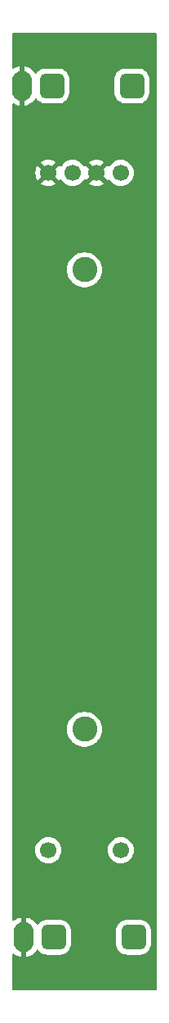
<source format=gbr>
%TF.GenerationSoftware,KiCad,Pcbnew,8.0.0*%
%TF.CreationDate,2024-03-24T11:12:39+01:00*%
%TF.ProjectId,Vader_Fader,56616465-725f-4466-9164-65722e6b6963,rev?*%
%TF.SameCoordinates,Original*%
%TF.FileFunction,Copper,L2,Bot*%
%TF.FilePolarity,Positive*%
%FSLAX46Y46*%
G04 Gerber Fmt 4.6, Leading zero omitted, Abs format (unit mm)*
G04 Created by KiCad (PCBNEW 8.0.0) date 2024-03-24 11:12:39*
%MOMM*%
%LPD*%
G01*
G04 APERTURE LIST*
G04 Aperture macros list*
%AMRoundRect*
0 Rectangle with rounded corners*
0 $1 Rounding radius*
0 $2 $3 $4 $5 $6 $7 $8 $9 X,Y pos of 4 corners*
0 Add a 4 corners polygon primitive as box body*
4,1,4,$2,$3,$4,$5,$6,$7,$8,$9,$2,$3,0*
0 Add four circle primitives for the rounded corners*
1,1,$1+$1,$2,$3*
1,1,$1+$1,$4,$5*
1,1,$1+$1,$6,$7*
1,1,$1+$1,$8,$9*
0 Add four rect primitives between the rounded corners*
20,1,$1+$1,$2,$3,$4,$5,0*
20,1,$1+$1,$4,$5,$6,$7,0*
20,1,$1+$1,$6,$7,$8,$9,0*
20,1,$1+$1,$8,$9,$2,$3,0*%
G04 Aperture macros list end*
%TA.AperFunction,ComponentPad*%
%ADD10RoundRect,0.650000X-0.650000X0.650000X-0.650000X-0.650000X0.650000X-0.650000X0.650000X0.650000X0*%
%TD*%
%TA.AperFunction,ComponentPad*%
%ADD11O,2.100000X3.100000*%
%TD*%
%TA.AperFunction,ComponentPad*%
%ADD12C,2.600000*%
%TD*%
%TA.AperFunction,ComponentPad*%
%ADD13C,1.700000*%
%TD*%
G04 APERTURE END LIST*
D10*
%TO.P,In1,R*%
%TO.N,Net-(In1-PadR)*%
X97785000Y-127000000D03*
D11*
%TO.P,In1,S*%
%TO.N,GND*%
X94685000Y-127000000D03*
D10*
%TO.P,In1,T*%
%TO.N,Net-(In1-PadT)*%
X106085000Y-127000000D03*
%TD*%
%TO.P,Out1,R*%
%TO.N,Net-(Out1-PadR)*%
X97620000Y-39000000D03*
D11*
%TO.P,Out1,S*%
%TO.N,GND*%
X94520000Y-39000000D03*
D10*
%TO.P,Out1,T*%
%TO.N,Net-(Out1-PadT)*%
X105920000Y-39000000D03*
%TD*%
D12*
%TO.P,RV1,0*%
%TO.N,N/C*%
X101000000Y-58000000D03*
X101000000Y-105500000D03*
D13*
%TO.P,RV1,1,1*%
%TO.N,GND*%
X97250000Y-48000000D03*
%TO.P,RV1,2,2*%
%TO.N,Net-(Out1-PadR)*%
X99750000Y-48000000D03*
%TO.P,RV1,3,3*%
%TO.N,Net-(In1-PadR)*%
X97250000Y-118000000D03*
%TO.P,RV1,4,4*%
%TO.N,GND*%
X102250000Y-48000000D03*
%TO.P,RV1,5,5*%
%TO.N,Net-(Out1-PadT)*%
X104750000Y-48000000D03*
%TO.P,RV1,6,6*%
%TO.N,Net-(In1-PadT)*%
X104750000Y-118000000D03*
%TD*%
%TA.AperFunction,Conductor*%
%TO.N,GND*%
G36*
X108442539Y-33520185D02*
G01*
X108488294Y-33572989D01*
X108499500Y-33624500D01*
X108499500Y-132375500D01*
X108479815Y-132442539D01*
X108427011Y-132488294D01*
X108375500Y-132499500D01*
X93624500Y-132499500D01*
X93557461Y-132479815D01*
X93511706Y-132427011D01*
X93500500Y-132375500D01*
X93500500Y-128798679D01*
X93520185Y-128731640D01*
X93572989Y-128685885D01*
X93642147Y-128675941D01*
X93697386Y-128698361D01*
X93872622Y-128825678D01*
X94090001Y-128936439D01*
X94322041Y-129011834D01*
X94434999Y-129029724D01*
X94435000Y-129029724D01*
X94435000Y-127666988D01*
X94444940Y-127684205D01*
X94500795Y-127740060D01*
X94569204Y-127779556D01*
X94645504Y-127800000D01*
X94724496Y-127800000D01*
X94800796Y-127779556D01*
X94869205Y-127740060D01*
X94925060Y-127684205D01*
X94935000Y-127666988D01*
X94935000Y-129029724D01*
X95047957Y-129011834D01*
X95047958Y-129011834D01*
X95279998Y-128936439D01*
X95497377Y-128825678D01*
X95694759Y-128682271D01*
X95867271Y-128509759D01*
X95867276Y-128509753D01*
X96001834Y-128324551D01*
X96057164Y-128281885D01*
X96126777Y-128275906D01*
X96188572Y-128308512D01*
X96204452Y-128327360D01*
X96246084Y-128388137D01*
X96246093Y-128388147D01*
X96396852Y-128538906D01*
X96396858Y-128538911D01*
X96572763Y-128659409D01*
X96767815Y-128745532D01*
X96767821Y-128745533D01*
X96767823Y-128745534D01*
X96975359Y-128794347D01*
X96975364Y-128794347D01*
X96975370Y-128794349D01*
X97024602Y-128797766D01*
X97063984Y-128800500D01*
X97063988Y-128800500D01*
X98506016Y-128800500D01*
X98541459Y-128798039D01*
X98594630Y-128794349D01*
X98594636Y-128794347D01*
X98594640Y-128794347D01*
X98802176Y-128745534D01*
X98802174Y-128745534D01*
X98802185Y-128745532D01*
X98997237Y-128659409D01*
X99173142Y-128538911D01*
X99323911Y-128388142D01*
X99444409Y-128212237D01*
X99530532Y-128017185D01*
X99579349Y-127809630D01*
X99585500Y-127721015D01*
X104284500Y-127721015D01*
X104290650Y-127809624D01*
X104290652Y-127809640D01*
X104339465Y-128017176D01*
X104339467Y-128017182D01*
X104339468Y-128017185D01*
X104425591Y-128212237D01*
X104425592Y-128212238D01*
X104546088Y-128388141D01*
X104546093Y-128388147D01*
X104696852Y-128538906D01*
X104696858Y-128538911D01*
X104872763Y-128659409D01*
X105067815Y-128745532D01*
X105067821Y-128745533D01*
X105067823Y-128745534D01*
X105275359Y-128794347D01*
X105275364Y-128794347D01*
X105275370Y-128794349D01*
X105324602Y-128797766D01*
X105363984Y-128800500D01*
X105363988Y-128800500D01*
X106806016Y-128800500D01*
X106841459Y-128798039D01*
X106894630Y-128794349D01*
X106894636Y-128794347D01*
X106894640Y-128794347D01*
X107102176Y-128745534D01*
X107102174Y-128745534D01*
X107102185Y-128745532D01*
X107297237Y-128659409D01*
X107473142Y-128538911D01*
X107623911Y-128388142D01*
X107744409Y-128212237D01*
X107830532Y-128017185D01*
X107879349Y-127809630D01*
X107885500Y-127721012D01*
X107885500Y-126278988D01*
X107879349Y-126190370D01*
X107879347Y-126190364D01*
X107879347Y-126190359D01*
X107830534Y-125982823D01*
X107830532Y-125982817D01*
X107830532Y-125982815D01*
X107744409Y-125787763D01*
X107623911Y-125611858D01*
X107623906Y-125611852D01*
X107473147Y-125461093D01*
X107473141Y-125461088D01*
X107297238Y-125340592D01*
X107297239Y-125340592D01*
X107297237Y-125340591D01*
X107102185Y-125254468D01*
X107102183Y-125254467D01*
X107102182Y-125254467D01*
X107102176Y-125254465D01*
X106894640Y-125205652D01*
X106894624Y-125205650D01*
X106806016Y-125199500D01*
X106806012Y-125199500D01*
X105363988Y-125199500D01*
X105363984Y-125199500D01*
X105275375Y-125205650D01*
X105275359Y-125205652D01*
X105067823Y-125254465D01*
X105067817Y-125254467D01*
X105067815Y-125254468D01*
X104907807Y-125325118D01*
X104872761Y-125340592D01*
X104696858Y-125461088D01*
X104696852Y-125461093D01*
X104546093Y-125611852D01*
X104546088Y-125611858D01*
X104425592Y-125787761D01*
X104339467Y-125982817D01*
X104339465Y-125982823D01*
X104290652Y-126190359D01*
X104290650Y-126190375D01*
X104284500Y-126278984D01*
X104284500Y-127721015D01*
X99585500Y-127721015D01*
X99585500Y-127721012D01*
X99585500Y-126278988D01*
X99579349Y-126190370D01*
X99579347Y-126190364D01*
X99579347Y-126190359D01*
X99530534Y-125982823D01*
X99530532Y-125982817D01*
X99530532Y-125982815D01*
X99444409Y-125787763D01*
X99323911Y-125611858D01*
X99323906Y-125611852D01*
X99173147Y-125461093D01*
X99173141Y-125461088D01*
X98997238Y-125340592D01*
X98997239Y-125340592D01*
X98997237Y-125340591D01*
X98802185Y-125254468D01*
X98802183Y-125254467D01*
X98802182Y-125254467D01*
X98802176Y-125254465D01*
X98594640Y-125205652D01*
X98594624Y-125205650D01*
X98506016Y-125199500D01*
X98506012Y-125199500D01*
X97063988Y-125199500D01*
X97063984Y-125199500D01*
X96975375Y-125205650D01*
X96975359Y-125205652D01*
X96767823Y-125254465D01*
X96767817Y-125254467D01*
X96767815Y-125254468D01*
X96607807Y-125325118D01*
X96572761Y-125340592D01*
X96396858Y-125461088D01*
X96396852Y-125461093D01*
X96246093Y-125611852D01*
X96246088Y-125611858D01*
X96204452Y-125672640D01*
X96150325Y-125716823D01*
X96080904Y-125724729D01*
X96018229Y-125693848D01*
X96001834Y-125675449D01*
X95867271Y-125490241D01*
X95867271Y-125490240D01*
X95694759Y-125317728D01*
X95497377Y-125174321D01*
X95279998Y-125063560D01*
X95047959Y-124988165D01*
X94935000Y-124970274D01*
X94935000Y-126333011D01*
X94925060Y-126315795D01*
X94869205Y-126259940D01*
X94800796Y-126220444D01*
X94724496Y-126200000D01*
X94645504Y-126200000D01*
X94569204Y-126220444D01*
X94500795Y-126259940D01*
X94444940Y-126315795D01*
X94435000Y-126333011D01*
X94435000Y-124970274D01*
X94322040Y-124988165D01*
X94090001Y-125063560D01*
X93872619Y-125174323D01*
X93697385Y-125301638D01*
X93631579Y-125325118D01*
X93563525Y-125309292D01*
X93514830Y-125259187D01*
X93500500Y-125201320D01*
X93500500Y-118000000D01*
X95894341Y-118000000D01*
X95914936Y-118235403D01*
X95914938Y-118235413D01*
X95976094Y-118463655D01*
X95976096Y-118463659D01*
X95976097Y-118463663D01*
X96075965Y-118677830D01*
X96075967Y-118677834D01*
X96184281Y-118832521D01*
X96211505Y-118871401D01*
X96378599Y-119038495D01*
X96475384Y-119106265D01*
X96572165Y-119174032D01*
X96572167Y-119174033D01*
X96572170Y-119174035D01*
X96786337Y-119273903D01*
X97014592Y-119335063D01*
X97202918Y-119351539D01*
X97249999Y-119355659D01*
X97250000Y-119355659D01*
X97250001Y-119355659D01*
X97289234Y-119352226D01*
X97485408Y-119335063D01*
X97713663Y-119273903D01*
X97927830Y-119174035D01*
X98121401Y-119038495D01*
X98288495Y-118871401D01*
X98424035Y-118677830D01*
X98523903Y-118463663D01*
X98585063Y-118235408D01*
X98605659Y-118000000D01*
X103394341Y-118000000D01*
X103414936Y-118235403D01*
X103414938Y-118235413D01*
X103476094Y-118463655D01*
X103476096Y-118463659D01*
X103476097Y-118463663D01*
X103575965Y-118677830D01*
X103575967Y-118677834D01*
X103684281Y-118832521D01*
X103711505Y-118871401D01*
X103878599Y-119038495D01*
X103975384Y-119106265D01*
X104072165Y-119174032D01*
X104072167Y-119174033D01*
X104072170Y-119174035D01*
X104286337Y-119273903D01*
X104514592Y-119335063D01*
X104702918Y-119351539D01*
X104749999Y-119355659D01*
X104750000Y-119355659D01*
X104750001Y-119355659D01*
X104789234Y-119352226D01*
X104985408Y-119335063D01*
X105213663Y-119273903D01*
X105427830Y-119174035D01*
X105621401Y-119038495D01*
X105788495Y-118871401D01*
X105924035Y-118677830D01*
X106023903Y-118463663D01*
X106085063Y-118235408D01*
X106105659Y-118000000D01*
X106085063Y-117764592D01*
X106023903Y-117536337D01*
X105924035Y-117322171D01*
X105788495Y-117128599D01*
X105788494Y-117128597D01*
X105621402Y-116961506D01*
X105621395Y-116961501D01*
X105427834Y-116825967D01*
X105427830Y-116825965D01*
X105427828Y-116825964D01*
X105213663Y-116726097D01*
X105213659Y-116726096D01*
X105213655Y-116726094D01*
X104985413Y-116664938D01*
X104985403Y-116664936D01*
X104750001Y-116644341D01*
X104749999Y-116644341D01*
X104514596Y-116664936D01*
X104514586Y-116664938D01*
X104286344Y-116726094D01*
X104286335Y-116726098D01*
X104072171Y-116825964D01*
X104072169Y-116825965D01*
X103878597Y-116961505D01*
X103711505Y-117128597D01*
X103575965Y-117322169D01*
X103575964Y-117322171D01*
X103476098Y-117536335D01*
X103476094Y-117536344D01*
X103414938Y-117764586D01*
X103414936Y-117764596D01*
X103394341Y-117999999D01*
X103394341Y-118000000D01*
X98605659Y-118000000D01*
X98585063Y-117764592D01*
X98523903Y-117536337D01*
X98424035Y-117322171D01*
X98288495Y-117128599D01*
X98288494Y-117128597D01*
X98121402Y-116961506D01*
X98121395Y-116961501D01*
X97927834Y-116825967D01*
X97927830Y-116825965D01*
X97927828Y-116825964D01*
X97713663Y-116726097D01*
X97713659Y-116726096D01*
X97713655Y-116726094D01*
X97485413Y-116664938D01*
X97485403Y-116664936D01*
X97250001Y-116644341D01*
X97249999Y-116644341D01*
X97014596Y-116664936D01*
X97014586Y-116664938D01*
X96786344Y-116726094D01*
X96786335Y-116726098D01*
X96572171Y-116825964D01*
X96572169Y-116825965D01*
X96378597Y-116961505D01*
X96211505Y-117128597D01*
X96075965Y-117322169D01*
X96075964Y-117322171D01*
X95976098Y-117536335D01*
X95976094Y-117536344D01*
X95914938Y-117764586D01*
X95914936Y-117764596D01*
X95894341Y-117999999D01*
X95894341Y-118000000D01*
X93500500Y-118000000D01*
X93500500Y-105500004D01*
X99194451Y-105500004D01*
X99214616Y-105769101D01*
X99274664Y-106032188D01*
X99274666Y-106032195D01*
X99373257Y-106283398D01*
X99508185Y-106517102D01*
X99644080Y-106687509D01*
X99676442Y-106728089D01*
X99863183Y-106901358D01*
X99874259Y-106911635D01*
X100097226Y-107063651D01*
X100340359Y-107180738D01*
X100598228Y-107260280D01*
X100598229Y-107260280D01*
X100598232Y-107260281D01*
X100865063Y-107300499D01*
X100865068Y-107300499D01*
X100865071Y-107300500D01*
X100865072Y-107300500D01*
X101134928Y-107300500D01*
X101134929Y-107300500D01*
X101134936Y-107300499D01*
X101401767Y-107260281D01*
X101401768Y-107260280D01*
X101401772Y-107260280D01*
X101659641Y-107180738D01*
X101902775Y-107063651D01*
X102125741Y-106911635D01*
X102323561Y-106728085D01*
X102491815Y-106517102D01*
X102626743Y-106283398D01*
X102725334Y-106032195D01*
X102785383Y-105769103D01*
X102805549Y-105500000D01*
X102785383Y-105230897D01*
X102725334Y-104967805D01*
X102626743Y-104716602D01*
X102491815Y-104482898D01*
X102323561Y-104271915D01*
X102323560Y-104271914D01*
X102323557Y-104271910D01*
X102125741Y-104088365D01*
X101902775Y-103936349D01*
X101902769Y-103936346D01*
X101902768Y-103936345D01*
X101902767Y-103936344D01*
X101659643Y-103819263D01*
X101659645Y-103819263D01*
X101401773Y-103739720D01*
X101401767Y-103739718D01*
X101134936Y-103699500D01*
X101134929Y-103699500D01*
X100865071Y-103699500D01*
X100865063Y-103699500D01*
X100598232Y-103739718D01*
X100598226Y-103739720D01*
X100340358Y-103819262D01*
X100097230Y-103936346D01*
X99874258Y-104088365D01*
X99676442Y-104271910D01*
X99508185Y-104482898D01*
X99373258Y-104716599D01*
X99373256Y-104716603D01*
X99274666Y-104967804D01*
X99274664Y-104967811D01*
X99214616Y-105230898D01*
X99194451Y-105499995D01*
X99194451Y-105500004D01*
X93500500Y-105500004D01*
X93500500Y-58000004D01*
X99194451Y-58000004D01*
X99214616Y-58269101D01*
X99274664Y-58532188D01*
X99274666Y-58532195D01*
X99373257Y-58783398D01*
X99508185Y-59017102D01*
X99644080Y-59187509D01*
X99676442Y-59228089D01*
X99863183Y-59401358D01*
X99874259Y-59411635D01*
X100097226Y-59563651D01*
X100340359Y-59680738D01*
X100598228Y-59760280D01*
X100598229Y-59760280D01*
X100598232Y-59760281D01*
X100865063Y-59800499D01*
X100865068Y-59800499D01*
X100865071Y-59800500D01*
X100865072Y-59800500D01*
X101134928Y-59800500D01*
X101134929Y-59800500D01*
X101134936Y-59800499D01*
X101401767Y-59760281D01*
X101401768Y-59760280D01*
X101401772Y-59760280D01*
X101659641Y-59680738D01*
X101902775Y-59563651D01*
X102125741Y-59411635D01*
X102323561Y-59228085D01*
X102491815Y-59017102D01*
X102626743Y-58783398D01*
X102725334Y-58532195D01*
X102785383Y-58269103D01*
X102805549Y-58000000D01*
X102785383Y-57730897D01*
X102725334Y-57467805D01*
X102626743Y-57216602D01*
X102491815Y-56982898D01*
X102323561Y-56771915D01*
X102323560Y-56771914D01*
X102323557Y-56771910D01*
X102125741Y-56588365D01*
X101902775Y-56436349D01*
X101902769Y-56436346D01*
X101902768Y-56436345D01*
X101902767Y-56436344D01*
X101659643Y-56319263D01*
X101659645Y-56319263D01*
X101401773Y-56239720D01*
X101401767Y-56239718D01*
X101134936Y-56199500D01*
X101134929Y-56199500D01*
X100865071Y-56199500D01*
X100865063Y-56199500D01*
X100598232Y-56239718D01*
X100598226Y-56239720D01*
X100340358Y-56319262D01*
X100097230Y-56436346D01*
X99874258Y-56588365D01*
X99676442Y-56771910D01*
X99508185Y-56982898D01*
X99373258Y-57216599D01*
X99373256Y-57216603D01*
X99274666Y-57467804D01*
X99274664Y-57467811D01*
X99214616Y-57730898D01*
X99194451Y-57999995D01*
X99194451Y-58000004D01*
X93500500Y-58000004D01*
X93500500Y-48000001D01*
X95894843Y-48000001D01*
X95915430Y-48235315D01*
X95915432Y-48235326D01*
X95976566Y-48463483D01*
X95976570Y-48463492D01*
X96076400Y-48677579D01*
X96076402Y-48677583D01*
X96135072Y-48761373D01*
X96135073Y-48761373D01*
X96726212Y-48170234D01*
X96737482Y-48212292D01*
X96809890Y-48337708D01*
X96912292Y-48440110D01*
X97037708Y-48512518D01*
X97079765Y-48523787D01*
X96488625Y-49114925D01*
X96572421Y-49173599D01*
X96786507Y-49273429D01*
X96786516Y-49273433D01*
X97014673Y-49334567D01*
X97014684Y-49334569D01*
X97249998Y-49355157D01*
X97250002Y-49355157D01*
X97485315Y-49334569D01*
X97485326Y-49334567D01*
X97713483Y-49273433D01*
X97713492Y-49273429D01*
X97927578Y-49173600D01*
X97927582Y-49173598D01*
X98011373Y-49114926D01*
X98011373Y-49114925D01*
X97420234Y-48523787D01*
X97462292Y-48512518D01*
X97587708Y-48440110D01*
X97690110Y-48337708D01*
X97762518Y-48212292D01*
X97773787Y-48170234D01*
X98364925Y-48761373D01*
X98398119Y-48713968D01*
X98452696Y-48670343D01*
X98522194Y-48663149D01*
X98584549Y-48694672D01*
X98601269Y-48713968D01*
X98711500Y-48871395D01*
X98711505Y-48871401D01*
X98878599Y-49038495D01*
X98975384Y-49106265D01*
X99072165Y-49174032D01*
X99072167Y-49174033D01*
X99072170Y-49174035D01*
X99286337Y-49273903D01*
X99514592Y-49335063D01*
X99702918Y-49351539D01*
X99749999Y-49355659D01*
X99750000Y-49355659D01*
X99750001Y-49355659D01*
X99789234Y-49352226D01*
X99985408Y-49335063D01*
X100213663Y-49273903D01*
X100427830Y-49174035D01*
X100621401Y-49038495D01*
X100788495Y-48871401D01*
X100898730Y-48713968D01*
X100953307Y-48670344D01*
X101022805Y-48663150D01*
X101085160Y-48694673D01*
X101101880Y-48713969D01*
X101135072Y-48761373D01*
X101135073Y-48761373D01*
X101726212Y-48170234D01*
X101737482Y-48212292D01*
X101809890Y-48337708D01*
X101912292Y-48440110D01*
X102037708Y-48512518D01*
X102079765Y-48523787D01*
X101488625Y-49114925D01*
X101572421Y-49173599D01*
X101786507Y-49273429D01*
X101786516Y-49273433D01*
X102014673Y-49334567D01*
X102014684Y-49334569D01*
X102249998Y-49355157D01*
X102250002Y-49355157D01*
X102485315Y-49334569D01*
X102485326Y-49334567D01*
X102713483Y-49273433D01*
X102713492Y-49273429D01*
X102927578Y-49173600D01*
X102927582Y-49173598D01*
X103011373Y-49114926D01*
X103011373Y-49114925D01*
X102420234Y-48523787D01*
X102462292Y-48512518D01*
X102587708Y-48440110D01*
X102690110Y-48337708D01*
X102762518Y-48212292D01*
X102773787Y-48170235D01*
X103364925Y-48761373D01*
X103398119Y-48713968D01*
X103452696Y-48670343D01*
X103522194Y-48663149D01*
X103584549Y-48694672D01*
X103601269Y-48713968D01*
X103711500Y-48871395D01*
X103711505Y-48871401D01*
X103878599Y-49038495D01*
X103975384Y-49106265D01*
X104072165Y-49174032D01*
X104072167Y-49174033D01*
X104072170Y-49174035D01*
X104286337Y-49273903D01*
X104514592Y-49335063D01*
X104702918Y-49351539D01*
X104749999Y-49355659D01*
X104750000Y-49355659D01*
X104750001Y-49355659D01*
X104789234Y-49352226D01*
X104985408Y-49335063D01*
X105213663Y-49273903D01*
X105427830Y-49174035D01*
X105621401Y-49038495D01*
X105788495Y-48871401D01*
X105924035Y-48677830D01*
X106023903Y-48463663D01*
X106085063Y-48235408D01*
X106105659Y-48000000D01*
X106085063Y-47764592D01*
X106023903Y-47536337D01*
X105924035Y-47322171D01*
X105898731Y-47286032D01*
X105788494Y-47128597D01*
X105621402Y-46961506D01*
X105621395Y-46961501D01*
X105427834Y-46825967D01*
X105427830Y-46825965D01*
X105427828Y-46825964D01*
X105213663Y-46726097D01*
X105213659Y-46726096D01*
X105213655Y-46726094D01*
X104985413Y-46664938D01*
X104985403Y-46664936D01*
X104750001Y-46644341D01*
X104749999Y-46644341D01*
X104514596Y-46664936D01*
X104514586Y-46664938D01*
X104286344Y-46726094D01*
X104286335Y-46726098D01*
X104072171Y-46825964D01*
X104072169Y-46825965D01*
X103878597Y-46961505D01*
X103711508Y-47128594D01*
X103601269Y-47286032D01*
X103546692Y-47329656D01*
X103477193Y-47336849D01*
X103414839Y-47305327D01*
X103398119Y-47286031D01*
X103364926Y-47238626D01*
X103364925Y-47238625D01*
X102773787Y-47829764D01*
X102762518Y-47787708D01*
X102690110Y-47662292D01*
X102587708Y-47559890D01*
X102462292Y-47487482D01*
X102420234Y-47476212D01*
X103011373Y-46885073D01*
X103011373Y-46885072D01*
X102927583Y-46826402D01*
X102927579Y-46826400D01*
X102713492Y-46726570D01*
X102713483Y-46726566D01*
X102485326Y-46665432D01*
X102485315Y-46665430D01*
X102250002Y-46644843D01*
X102249998Y-46644843D01*
X102014684Y-46665430D01*
X102014673Y-46665432D01*
X101786516Y-46726566D01*
X101786507Y-46726570D01*
X101572419Y-46826401D01*
X101488625Y-46885072D01*
X102079765Y-47476212D01*
X102037708Y-47487482D01*
X101912292Y-47559890D01*
X101809890Y-47662292D01*
X101737482Y-47787708D01*
X101726212Y-47829765D01*
X101135072Y-47238625D01*
X101135071Y-47238626D01*
X101101879Y-47286031D01*
X101047302Y-47329656D01*
X100977804Y-47336850D01*
X100915449Y-47305327D01*
X100898730Y-47286032D01*
X100788495Y-47128599D01*
X100621401Y-46961505D01*
X100512245Y-46885073D01*
X100427834Y-46825967D01*
X100427830Y-46825965D01*
X100427828Y-46825964D01*
X100213663Y-46726097D01*
X100213659Y-46726096D01*
X100213655Y-46726094D01*
X99985413Y-46664938D01*
X99985403Y-46664936D01*
X99750001Y-46644341D01*
X99749999Y-46644341D01*
X99514596Y-46664936D01*
X99514586Y-46664938D01*
X99286344Y-46726094D01*
X99286335Y-46726098D01*
X99072171Y-46825964D01*
X99072169Y-46825965D01*
X98878597Y-46961505D01*
X98711508Y-47128594D01*
X98601269Y-47286032D01*
X98546692Y-47329656D01*
X98477193Y-47336849D01*
X98414839Y-47305327D01*
X98398119Y-47286031D01*
X98364926Y-47238626D01*
X98364925Y-47238625D01*
X97773787Y-47829764D01*
X97762518Y-47787708D01*
X97690110Y-47662292D01*
X97587708Y-47559890D01*
X97462292Y-47487482D01*
X97420234Y-47476212D01*
X98011373Y-46885073D01*
X98011373Y-46885072D01*
X97927583Y-46826402D01*
X97927579Y-46826400D01*
X97713492Y-46726570D01*
X97713483Y-46726566D01*
X97485326Y-46665432D01*
X97485315Y-46665430D01*
X97250002Y-46644843D01*
X97249998Y-46644843D01*
X97014684Y-46665430D01*
X97014673Y-46665432D01*
X96786516Y-46726566D01*
X96786507Y-46726570D01*
X96572419Y-46826401D01*
X96488625Y-46885072D01*
X97079765Y-47476212D01*
X97037708Y-47487482D01*
X96912292Y-47559890D01*
X96809890Y-47662292D01*
X96737482Y-47787708D01*
X96726212Y-47829765D01*
X96135072Y-47238625D01*
X96076401Y-47322419D01*
X95976570Y-47536507D01*
X95976566Y-47536516D01*
X95915432Y-47764673D01*
X95915430Y-47764684D01*
X95894843Y-47999998D01*
X95894843Y-48000001D01*
X93500500Y-48000001D01*
X93500500Y-40918559D01*
X93520185Y-40851520D01*
X93572989Y-40805765D01*
X93642147Y-40795821D01*
X93697387Y-40818242D01*
X93707621Y-40825678D01*
X93925001Y-40936439D01*
X94157041Y-41011834D01*
X94269999Y-41029724D01*
X94270000Y-41029724D01*
X94270000Y-39666988D01*
X94279940Y-39684205D01*
X94335795Y-39740060D01*
X94404204Y-39779556D01*
X94480504Y-39800000D01*
X94559496Y-39800000D01*
X94635796Y-39779556D01*
X94704205Y-39740060D01*
X94760060Y-39684205D01*
X94770000Y-39666988D01*
X94770000Y-41029724D01*
X94882957Y-41011834D01*
X94882958Y-41011834D01*
X95114998Y-40936439D01*
X95332377Y-40825678D01*
X95529759Y-40682271D01*
X95702271Y-40509759D01*
X95702276Y-40509753D01*
X95836834Y-40324551D01*
X95892164Y-40281885D01*
X95961777Y-40275906D01*
X96023572Y-40308512D01*
X96039452Y-40327360D01*
X96081084Y-40388137D01*
X96081093Y-40388147D01*
X96231852Y-40538906D01*
X96231858Y-40538911D01*
X96407763Y-40659409D01*
X96602815Y-40745532D01*
X96602821Y-40745533D01*
X96602823Y-40745534D01*
X96810359Y-40794347D01*
X96810364Y-40794347D01*
X96810370Y-40794349D01*
X96859602Y-40797766D01*
X96898984Y-40800500D01*
X96898988Y-40800500D01*
X98341016Y-40800500D01*
X98376459Y-40798039D01*
X98429630Y-40794349D01*
X98429636Y-40794347D01*
X98429640Y-40794347D01*
X98637176Y-40745534D01*
X98637174Y-40745534D01*
X98637185Y-40745532D01*
X98832237Y-40659409D01*
X99008142Y-40538911D01*
X99158911Y-40388142D01*
X99279409Y-40212237D01*
X99365532Y-40017185D01*
X99414349Y-39809630D01*
X99420500Y-39721015D01*
X104119500Y-39721015D01*
X104125650Y-39809624D01*
X104125652Y-39809640D01*
X104174465Y-40017176D01*
X104174467Y-40017182D01*
X104174468Y-40017185D01*
X104260591Y-40212237D01*
X104260592Y-40212238D01*
X104381088Y-40388141D01*
X104381093Y-40388147D01*
X104531852Y-40538906D01*
X104531858Y-40538911D01*
X104707763Y-40659409D01*
X104902815Y-40745532D01*
X104902821Y-40745533D01*
X104902823Y-40745534D01*
X105110359Y-40794347D01*
X105110364Y-40794347D01*
X105110370Y-40794349D01*
X105159602Y-40797766D01*
X105198984Y-40800500D01*
X105198988Y-40800500D01*
X106641016Y-40800500D01*
X106676459Y-40798039D01*
X106729630Y-40794349D01*
X106729636Y-40794347D01*
X106729640Y-40794347D01*
X106937176Y-40745534D01*
X106937174Y-40745534D01*
X106937185Y-40745532D01*
X107132237Y-40659409D01*
X107308142Y-40538911D01*
X107458911Y-40388142D01*
X107579409Y-40212237D01*
X107665532Y-40017185D01*
X107714349Y-39809630D01*
X107720500Y-39721012D01*
X107720500Y-38278988D01*
X107714349Y-38190370D01*
X107714347Y-38190364D01*
X107714347Y-38190359D01*
X107665534Y-37982823D01*
X107665532Y-37982817D01*
X107665532Y-37982815D01*
X107579409Y-37787763D01*
X107458911Y-37611858D01*
X107458906Y-37611852D01*
X107308147Y-37461093D01*
X107308141Y-37461088D01*
X107132238Y-37340592D01*
X107132239Y-37340592D01*
X107132237Y-37340591D01*
X106937185Y-37254468D01*
X106937183Y-37254467D01*
X106937182Y-37254467D01*
X106937176Y-37254465D01*
X106729640Y-37205652D01*
X106729624Y-37205650D01*
X106641016Y-37199500D01*
X106641012Y-37199500D01*
X105198988Y-37199500D01*
X105198984Y-37199500D01*
X105110375Y-37205650D01*
X105110359Y-37205652D01*
X104902823Y-37254465D01*
X104902817Y-37254467D01*
X104707761Y-37340592D01*
X104531858Y-37461088D01*
X104531852Y-37461093D01*
X104381093Y-37611852D01*
X104381088Y-37611858D01*
X104260592Y-37787761D01*
X104174467Y-37982817D01*
X104174465Y-37982823D01*
X104125652Y-38190359D01*
X104125650Y-38190375D01*
X104119500Y-38278984D01*
X104119500Y-39721015D01*
X99420500Y-39721015D01*
X99420500Y-39721012D01*
X99420500Y-38278988D01*
X99414349Y-38190370D01*
X99414347Y-38190364D01*
X99414347Y-38190359D01*
X99365534Y-37982823D01*
X99365532Y-37982817D01*
X99365532Y-37982815D01*
X99279409Y-37787763D01*
X99158911Y-37611858D01*
X99158906Y-37611852D01*
X99008147Y-37461093D01*
X99008141Y-37461088D01*
X98832238Y-37340592D01*
X98832239Y-37340592D01*
X98832237Y-37340591D01*
X98637185Y-37254468D01*
X98637183Y-37254467D01*
X98637182Y-37254467D01*
X98637176Y-37254465D01*
X98429640Y-37205652D01*
X98429624Y-37205650D01*
X98341016Y-37199500D01*
X98341012Y-37199500D01*
X96898988Y-37199500D01*
X96898984Y-37199500D01*
X96810375Y-37205650D01*
X96810359Y-37205652D01*
X96602823Y-37254465D01*
X96602817Y-37254467D01*
X96407761Y-37340592D01*
X96231858Y-37461088D01*
X96231852Y-37461093D01*
X96081093Y-37611852D01*
X96081088Y-37611858D01*
X96039452Y-37672640D01*
X95985325Y-37716823D01*
X95915904Y-37724729D01*
X95853229Y-37693848D01*
X95836834Y-37675449D01*
X95702271Y-37490241D01*
X95702271Y-37490240D01*
X95529759Y-37317728D01*
X95332377Y-37174321D01*
X95114998Y-37063560D01*
X94882959Y-36988165D01*
X94770000Y-36970274D01*
X94770000Y-38333011D01*
X94760060Y-38315795D01*
X94704205Y-38259940D01*
X94635796Y-38220444D01*
X94559496Y-38200000D01*
X94480504Y-38200000D01*
X94404204Y-38220444D01*
X94335795Y-38259940D01*
X94279940Y-38315795D01*
X94270000Y-38333011D01*
X94270000Y-36970274D01*
X94157040Y-36988165D01*
X93925001Y-37063560D01*
X93707617Y-37174323D01*
X93697382Y-37181760D01*
X93631575Y-37205238D01*
X93563522Y-37189411D01*
X93514829Y-37139303D01*
X93500500Y-37081440D01*
X93500500Y-33624500D01*
X93520185Y-33557461D01*
X93572989Y-33511706D01*
X93624500Y-33500500D01*
X108375500Y-33500500D01*
X108442539Y-33520185D01*
G37*
%TD.AperFunction*%
%TD*%
M02*

</source>
